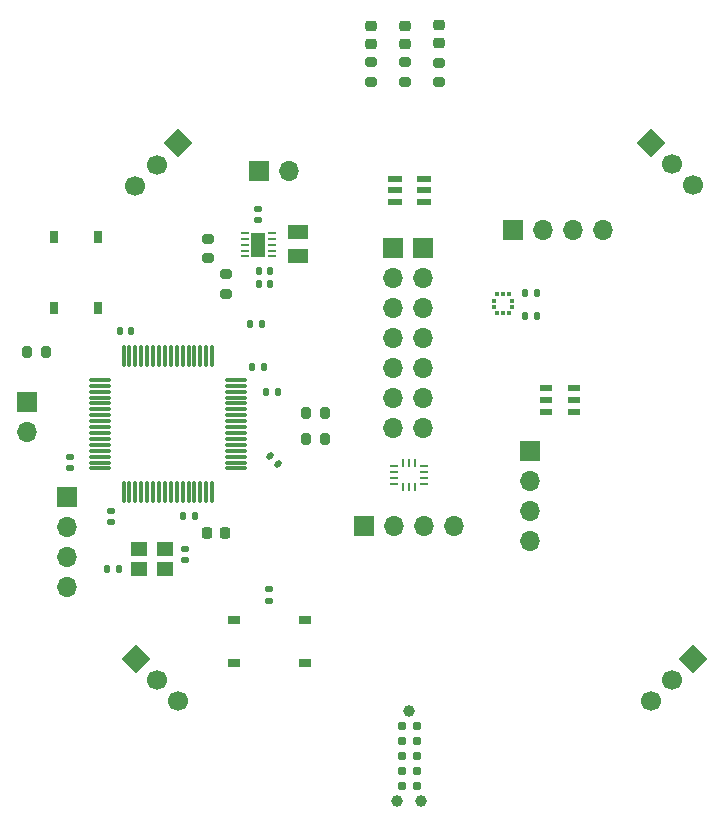
<source format=gbr>
%TF.GenerationSoftware,KiCad,Pcbnew,8.0.5*%
%TF.CreationDate,2025-05-15T20:11:39-04:00*%
%TF.ProjectId,RTLS_VIC,52544c53-5f56-4494-932e-6b696361645f,rev?*%
%TF.SameCoordinates,Original*%
%TF.FileFunction,Soldermask,Top*%
%TF.FilePolarity,Negative*%
%FSLAX46Y46*%
G04 Gerber Fmt 4.6, Leading zero omitted, Abs format (unit mm)*
G04 Created by KiCad (PCBNEW 8.0.5) date 2025-05-15 20:11:39*
%MOMM*%
%LPD*%
G01*
G04 APERTURE LIST*
G04 Aperture macros list*
%AMRoundRect*
0 Rectangle with rounded corners*
0 $1 Rounding radius*
0 $2 $3 $4 $5 $6 $7 $8 $9 X,Y pos of 4 corners*
0 Add a 4 corners polygon primitive as box body*
4,1,4,$2,$3,$4,$5,$6,$7,$8,$9,$2,$3,0*
0 Add four circle primitives for the rounded corners*
1,1,$1+$1,$2,$3*
1,1,$1+$1,$4,$5*
1,1,$1+$1,$6,$7*
1,1,$1+$1,$8,$9*
0 Add four rect primitives between the rounded corners*
20,1,$1+$1,$2,$3,$4,$5,0*
20,1,$1+$1,$4,$5,$6,$7,0*
20,1,$1+$1,$6,$7,$8,$9,0*
20,1,$1+$1,$8,$9,$2,$3,0*%
%AMHorizOval*
0 Thick line with rounded ends*
0 $1 width*
0 $2 $3 position (X,Y) of the first rounded end (center of the circle)*
0 $4 $5 position (X,Y) of the second rounded end (center of the circle)*
0 Add line between two ends*
20,1,$1,$2,$3,$4,$5,0*
0 Add two circle primitives to create the rounded ends*
1,1,$1,$2,$3*
1,1,$1,$4,$5*%
%AMRotRect*
0 Rectangle, with rotation*
0 The origin of the aperture is its center*
0 $1 length*
0 $2 width*
0 $3 Rotation angle, in degrees counterclockwise*
0 Add horizontal line*
21,1,$1,$2,0,0,$3*%
G04 Aperture macros list end*
%ADD10RoundRect,0.140000X0.140000X0.170000X-0.140000X0.170000X-0.140000X-0.170000X0.140000X-0.170000X0*%
%ADD11RoundRect,0.218750X-0.218750X-0.256250X0.218750X-0.256250X0.218750X0.256250X-0.218750X0.256250X0*%
%ADD12R,1.800000X1.200000*%
%ADD13RotRect,1.700000X1.700000X45.000000*%
%ADD14HorizOval,1.700000X0.000000X0.000000X0.000000X0.000000X0*%
%ADD15R,1.700000X1.700000*%
%ADD16O,1.700000X1.700000*%
%ADD17RoundRect,0.200000X-0.275000X0.200000X-0.275000X-0.200000X0.275000X-0.200000X0.275000X0.200000X0*%
%ADD18RoundRect,0.140000X-0.140000X-0.170000X0.140000X-0.170000X0.140000X0.170000X-0.140000X0.170000X0*%
%ADD19R,1.400000X1.200000*%
%ADD20RoundRect,0.140000X-0.219203X-0.021213X-0.021213X-0.219203X0.219203X0.021213X0.021213X0.219203X0*%
%ADD21O,0.300000X2.000000*%
%ADD22O,2.000000X0.300000*%
%ADD23RoundRect,0.200000X-0.200000X-0.275000X0.200000X-0.275000X0.200000X0.275000X-0.200000X0.275000X0*%
%ADD24RotRect,1.700000X1.700000X315.000000*%
%ADD25HorizOval,1.700000X0.000000X0.000000X0.000000X0.000000X0*%
%ADD26RoundRect,0.200000X0.275000X-0.200000X0.275000X0.200000X-0.275000X0.200000X-0.275000X-0.200000X0*%
%ADD27RoundRect,0.218750X-0.256250X0.218750X-0.256250X-0.218750X0.256250X-0.218750X0.256250X0.218750X0*%
%ADD28RoundRect,0.140000X0.170000X-0.140000X0.170000X0.140000X-0.170000X0.140000X-0.170000X-0.140000X0*%
%ADD29RoundRect,0.140000X-0.170000X0.140000X-0.170000X-0.140000X0.170000X-0.140000X0.170000X0.140000X0*%
%ADD30RoundRect,0.200000X0.200000X0.275000X-0.200000X0.275000X-0.200000X-0.275000X0.200000X-0.275000X0*%
%ADD31R,0.680000X0.280000*%
%ADD32R,0.280000X0.680000*%
%ADD33R,1.000000X0.750000*%
%ADD34R,0.750000X1.000000*%
%ADD35C,0.990600*%
%ADD36C,0.787400*%
%ADD37R,0.300000X0.300000*%
%ADD38R,1.300000X0.550000*%
%ADD39R,0.660000X0.280000*%
%ADD40R,1.200000X2.000000*%
%ADD41R,1.000000X0.600000*%
G04 APERTURE END LIST*
D10*
%TO.C,C3*%
X144149001Y-81025000D03*
X143189001Y-81025000D03*
%TD*%
D11*
%TO.C,L7*%
X138771500Y-102025000D03*
X140346500Y-102025000D03*
%TD*%
D12*
%TO.C,L1*%
X146494001Y-76575000D03*
X146494001Y-78575000D03*
%TD*%
D13*
%TO.C,J5*%
X132773555Y-112714555D03*
D14*
X134569606Y-114510606D03*
X136365657Y-116306657D03*
%TD*%
D15*
%TO.C,J7*%
X152084000Y-101450000D03*
D16*
X154624000Y-101450000D03*
X157163999Y-101450000D03*
X159704000Y-101450000D03*
%TD*%
D17*
%TO.C,R4*%
X152684000Y-62225000D03*
X152684000Y-63875000D03*
%TD*%
D18*
%TO.C,C11*%
X130354000Y-105100000D03*
X131314000Y-105100000D03*
%TD*%
D19*
%TO.C,X1*%
X133009000Y-105100000D03*
X135209000Y-105100000D03*
X135209000Y-103400000D03*
X133009000Y-103400000D03*
%TD*%
D18*
%TO.C,C14*%
X142629000Y-88025000D03*
X143589000Y-88025000D03*
%TD*%
D20*
%TO.C,C13*%
X144119589Y-95585589D03*
X144798411Y-96264411D03*
%TD*%
D13*
%TO.C,J4*%
X176348555Y-69039555D03*
D14*
X178144606Y-70835606D03*
X179940657Y-72631657D03*
%TD*%
D15*
%TO.C,J12*%
X143159000Y-71450000D03*
D16*
X145699000Y-71450000D03*
%TD*%
D21*
%TO.C,U9*%
X131734000Y-98600000D03*
X132234000Y-98600000D03*
X132734000Y-98600000D03*
X133234000Y-98600000D03*
X133734000Y-98600000D03*
X134234000Y-98600000D03*
X134734000Y-98600000D03*
X135234000Y-98600000D03*
X135734000Y-98600000D03*
X136234000Y-98600000D03*
X136734000Y-98600000D03*
X137234000Y-98600000D03*
X137734000Y-98600000D03*
X138234000Y-98600000D03*
X138734000Y-98600000D03*
X139234000Y-98600000D03*
D22*
X141234000Y-96600000D03*
X141234000Y-96100000D03*
X141234000Y-95600000D03*
X141234000Y-95100000D03*
X141234000Y-94600000D03*
X141234000Y-94100000D03*
X141234000Y-93600000D03*
X141234000Y-93100000D03*
X141234000Y-92600000D03*
X141234000Y-92100000D03*
X141234000Y-91600000D03*
X141234000Y-91100000D03*
X141234000Y-90600000D03*
X141234000Y-90100000D03*
X141234000Y-89600000D03*
X141234000Y-89100000D03*
D21*
X139234000Y-87100000D03*
X138734000Y-87100000D03*
X138234000Y-87100000D03*
X137734000Y-87100000D03*
X137234000Y-87100000D03*
X136734000Y-87100000D03*
X136234000Y-87100000D03*
X135734000Y-87100000D03*
X135234000Y-87100000D03*
X134734000Y-87100000D03*
X134234000Y-87100000D03*
X133734000Y-87100000D03*
X133234000Y-87100000D03*
X132734000Y-87100000D03*
X132234000Y-87100000D03*
X131734000Y-87100000D03*
D22*
X129734000Y-89100000D03*
X129734000Y-89600000D03*
X129734000Y-90100000D03*
X129734000Y-90600000D03*
X129734000Y-91100000D03*
X129734000Y-91600000D03*
X129734000Y-92100000D03*
X129734000Y-92600000D03*
X129734000Y-93100000D03*
X129734000Y-93600000D03*
X129734000Y-94100000D03*
X129734000Y-94600000D03*
X129734000Y-95100000D03*
X129734000Y-95600000D03*
X129734000Y-96100000D03*
X129734000Y-96600000D03*
%TD*%
D23*
%TO.C,R2*%
X123559000Y-86700000D03*
X125209000Y-86700000D03*
%TD*%
D24*
%TO.C,J3*%
X136334000Y-69075000D03*
D25*
X134537949Y-70871051D03*
X132741898Y-72667102D03*
%TD*%
D26*
%TO.C,R3*%
X140419001Y-81800001D03*
X140419001Y-80150001D03*
%TD*%
D27*
%TO.C,D3*%
X155564000Y-59112499D03*
X155564000Y-60687501D03*
%TD*%
D28*
%TO.C,C16*%
X127159000Y-96580000D03*
X127159000Y-95620000D03*
%TD*%
D15*
%TO.C,J10*%
X164709000Y-76425000D03*
D16*
X167249000Y-76425000D03*
X169788999Y-76425000D03*
X172329000Y-76425000D03*
%TD*%
D26*
%TO.C,R1*%
X138894001Y-78800000D03*
X138894001Y-77150000D03*
%TD*%
D17*
%TO.C,R11*%
X158464000Y-62237498D03*
X158464000Y-63887498D03*
%TD*%
D29*
%TO.C,C12*%
X130709000Y-100195000D03*
X130709000Y-101155000D03*
%TD*%
%TO.C,C9*%
X144034000Y-106845000D03*
X144034000Y-107805000D03*
%TD*%
D30*
%TO.C,R9*%
X148809000Y-94125000D03*
X147159000Y-94125000D03*
%TD*%
D31*
%TO.C,U8*%
X154649000Y-96425000D03*
X154649000Y-96925000D03*
X154649000Y-97425000D03*
X154649000Y-97925000D03*
D32*
X155409000Y-98185000D03*
X155909000Y-98185000D03*
X156409000Y-98185000D03*
D31*
X157169000Y-97925000D03*
X157169000Y-97425000D03*
X157169000Y-96925000D03*
X157169000Y-96425000D03*
D32*
X156409000Y-96165000D03*
X155909000Y-96165000D03*
X155409000Y-96165000D03*
%TD*%
D15*
%TO.C,J8*%
X123584000Y-90950000D03*
D16*
X123584000Y-93490000D03*
%TD*%
D10*
%TO.C,C24*%
X137764000Y-100650000D03*
X136804000Y-100650000D03*
%TD*%
D28*
%TO.C,C1*%
X143119001Y-75604999D03*
X143119001Y-74644999D03*
%TD*%
D27*
%TO.C,D1*%
X158449000Y-59024997D03*
X158449000Y-60599999D03*
%TD*%
D15*
%TO.C,J11*%
X166159000Y-95125000D03*
D16*
X166159000Y-97665000D03*
X166159000Y-100205000D03*
X166159000Y-102745000D03*
%TD*%
D15*
%TO.C,J1*%
X157124000Y-77950000D03*
D16*
X157124000Y-80490000D03*
X157124000Y-83030000D03*
X157124000Y-85570000D03*
X157124000Y-88110000D03*
X157124000Y-90650000D03*
X157124000Y-93190000D03*
%TD*%
D10*
%TO.C,C17*%
X143439000Y-84350000D03*
X142479000Y-84350000D03*
%TD*%
D17*
%TO.C,R5*%
X155584000Y-62225000D03*
X155584000Y-63875000D03*
%TD*%
D29*
%TO.C,C10*%
X136909000Y-103420000D03*
X136909000Y-104380000D03*
%TD*%
D18*
%TO.C,C28*%
X165759000Y-83690000D03*
X166719000Y-83690000D03*
%TD*%
D33*
%TO.C,SW1*%
X147059000Y-113100000D03*
X141059000Y-113100000D03*
X147059000Y-109400000D03*
X141059000Y-109400000D03*
%TD*%
D34*
%TO.C,SW2*%
X129584000Y-76975000D03*
X129584000Y-82975000D03*
X125884000Y-76975000D03*
X125884000Y-82975000D03*
%TD*%
D18*
%TO.C,C27*%
X165759000Y-81720000D03*
X166719000Y-81720000D03*
%TD*%
%TO.C,C15*%
X131429000Y-84950000D03*
X132389000Y-84950000D03*
%TD*%
D10*
%TO.C,C2*%
X144149000Y-79925000D03*
X143189000Y-79925000D03*
%TD*%
D35*
%TO.C,J2*%
X155934000Y-117175000D03*
X156950000Y-124795000D03*
X154918000Y-124795000D03*
D36*
X155299000Y-118445000D03*
X155299000Y-119715000D03*
X155299000Y-120985000D03*
X155299000Y-122255000D03*
X155299000Y-123525000D03*
X156569000Y-123525000D03*
X156569000Y-122255000D03*
X156569000Y-120985000D03*
X156569000Y-119715000D03*
X156569000Y-118445000D03*
%TD*%
D18*
%TO.C,C4*%
X143829000Y-90100000D03*
X144789000Y-90100000D03*
%TD*%
D24*
%TO.C,J6*%
X179969445Y-112739555D03*
D25*
X178173394Y-114535606D03*
X176377343Y-116331657D03*
%TD*%
D37*
%TO.C,U6*%
X163104000Y-82400000D03*
X163104000Y-82900000D03*
X163384000Y-83430000D03*
X163884000Y-83430000D03*
X164384000Y-83430000D03*
X164664000Y-82900000D03*
X164664000Y-82400000D03*
X164384000Y-81870000D03*
X163884000Y-81870000D03*
X163384000Y-81870000D03*
%TD*%
D27*
%TO.C,D2*%
X152659000Y-59112499D03*
X152659000Y-60687501D03*
%TD*%
D38*
%TO.C,U7*%
X157134000Y-74017500D03*
X157134000Y-73067500D03*
X157134000Y-72117500D03*
X154744000Y-72117500D03*
X154734000Y-73067500D03*
X154744000Y-74017500D03*
%TD*%
D15*
%TO.C,J9*%
X154584000Y-77950000D03*
D16*
X154584000Y-80490000D03*
X154584000Y-83030000D03*
X154584000Y-85570000D03*
X154584000Y-88110000D03*
X154584000Y-90650000D03*
X154584000Y-93190000D03*
%TD*%
D39*
%TO.C,U2*%
X141984000Y-76650000D03*
X141984001Y-77150000D03*
X141984000Y-77650000D03*
X141984001Y-78150000D03*
X141984000Y-78650000D03*
X144304000Y-78650000D03*
X144303999Y-78150000D03*
X144304000Y-77650000D03*
X144303999Y-77150000D03*
X144304000Y-76650000D03*
D40*
X143144000Y-77650000D03*
%TD*%
D23*
%TO.C,R10*%
X147159000Y-91900000D03*
X148809000Y-91900000D03*
%TD*%
D15*
%TO.C,J13*%
X126959000Y-99010000D03*
D16*
X126959000Y-101550000D03*
X126959000Y-104089999D03*
X126959000Y-106630000D03*
%TD*%
D41*
%TO.C,U1*%
X167509000Y-89825000D03*
X167509000Y-90825000D03*
X167509000Y-91825000D03*
X169909000Y-91825000D03*
X169909000Y-90825000D03*
X169909000Y-89825000D03*
%TD*%
M02*

</source>
